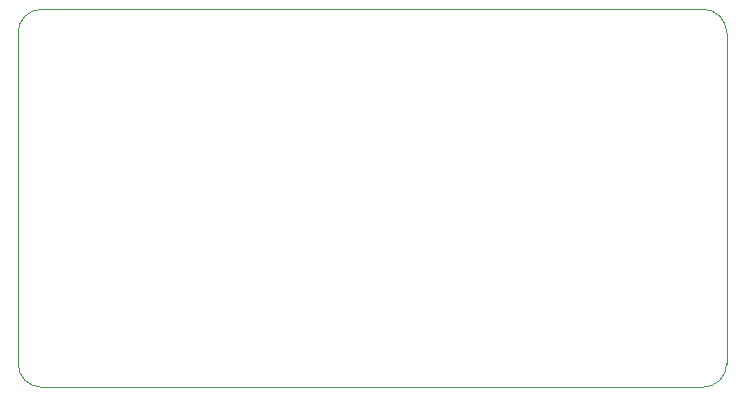
<source format=gbr>
%TF.GenerationSoftware,KiCad,Pcbnew,9.0.4*%
%TF.CreationDate,2025-09-25T07:19:07+02:00*%
%TF.ProjectId,stm32_sensirion_wb,73746d33-325f-4736-956e-736972696f6e,rev?*%
%TF.SameCoordinates,Original*%
%TF.FileFunction,Profile,NP*%
%FSLAX46Y46*%
G04 Gerber Fmt 4.6, Leading zero omitted, Abs format (unit mm)*
G04 Created by KiCad (PCBNEW 9.0.4) date 2025-09-25 07:19:07*
%MOMM*%
%LPD*%
G01*
G04 APERTURE LIST*
%TA.AperFunction,Profile*%
%ADD10C,0.050000*%
%TD*%
G04 APERTURE END LIST*
D10*
X115500000Y-61500000D02*
X115500000Y-33500000D01*
X57500000Y-63500000D02*
G75*
G02*
X55500000Y-61500000I0J2000000D01*
G01*
X115500000Y-61500000D02*
G75*
G02*
X113500000Y-63500000I-2000000J0D01*
G01*
X113500000Y-31500000D02*
X57500000Y-31500000D01*
X55500000Y-33500000D02*
X55500000Y-61500000D01*
X55500000Y-33500000D02*
G75*
G02*
X57500000Y-31500000I2000000J0D01*
G01*
X113500000Y-63500000D02*
X57500000Y-63500000D01*
X113500000Y-31500000D02*
G75*
G02*
X115500000Y-33500000I0J-2000000D01*
G01*
M02*

</source>
